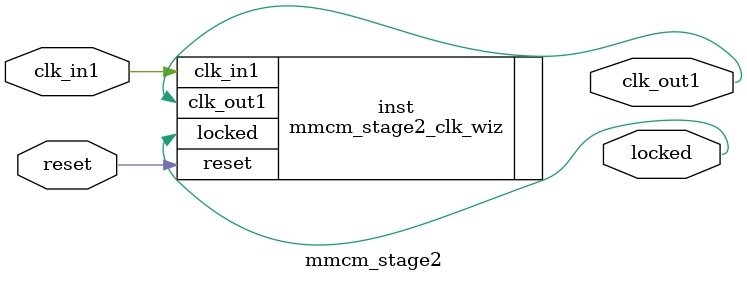
<source format=v>


`timescale 1ps/1ps

(* CORE_GENERATION_INFO = "mmcm_stage2,clk_wiz_v6_0_15_0_0,{component_name=mmcm_stage2,use_phase_alignment=true,use_min_o_jitter=false,use_max_i_jitter=false,use_dyn_phase_shift=false,use_inclk_switchover=false,use_dyn_reconfig=false,enable_axi=0,feedback_source=FDBK_AUTO,PRIMITIVE=MMCM,num_out_clk=1,clkin1_period=30.517,clkin2_period=10.0,use_power_down=false,use_reset=true,use_locked=true,use_inclk_stopped=false,feedback_type=SINGLE,CLOCK_MGR_TYPE=NA,manual_override=true}" *)

module mmcm_stage2 
 (
  // Clock out ports
  output        clk_out1,
  // Status and control signals
  input         reset,
  output        locked,
 // Clock in ports
  input         clk_in1
 );

  mmcm_stage2_clk_wiz inst
  (
  // Clock out ports  
  .clk_out1(clk_out1),
  // Status and control signals               
  .reset(reset), 
  .locked(locked),
 // Clock in ports
  .clk_in1(clk_in1)
  );

endmodule

</source>
